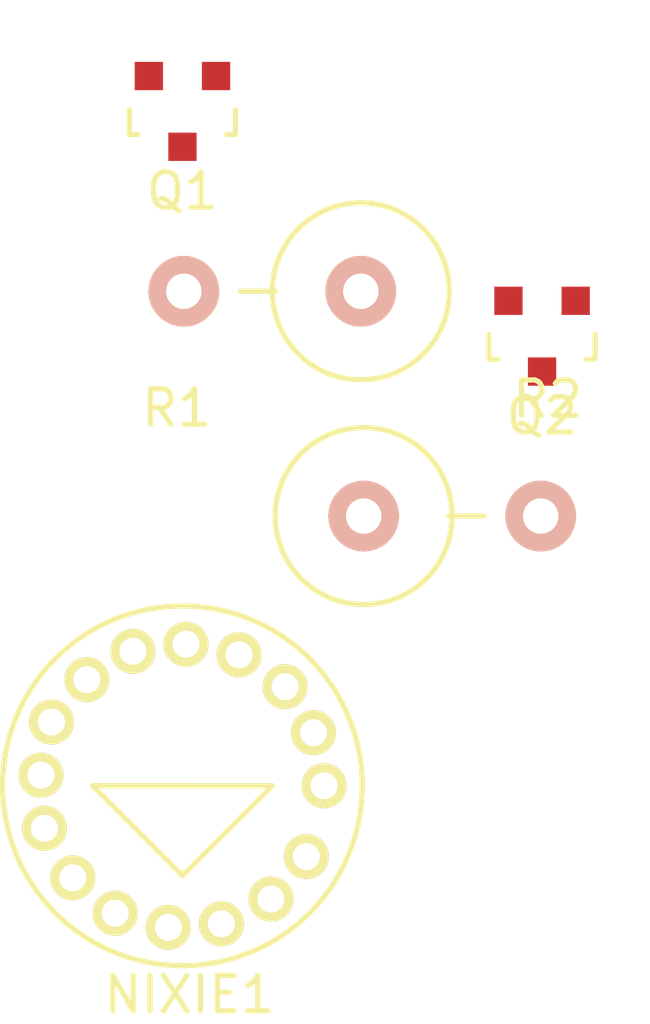
<source format=kicad_pcb>
(kicad_pcb (version 4) (host pcbnew "(2015-06-20 BZR 5796, Git fe7bc27)-product")

  (general
    (links 4)
    (no_connects 4)
    (area 0 0 0 0)
    (thickness 1.6)
    (drawings 0)
    (tracks 0)
    (zones 0)
    (modules 5)
    (nets 21)
  )

  (page A4)
  (layers
    (0 F.Cu signal)
    (31 B.Cu signal)
    (32 B.Adhes user)
    (33 F.Adhes user)
    (34 B.Paste user)
    (35 F.Paste user)
    (36 B.SilkS user)
    (37 F.SilkS user)
    (38 B.Mask user)
    (39 F.Mask user)
    (40 Dwgs.User user)
    (41 Cmts.User user)
    (42 Eco1.User user)
    (43 Eco2.User user)
    (44 Edge.Cuts user)
    (45 Margin user)
    (46 B.CrtYd user)
    (47 F.CrtYd user)
    (48 B.Fab user)
    (49 F.Fab user)
  )

  (setup
    (last_trace_width 0.25)
    (trace_clearance 0.2)
    (zone_clearance 0.508)
    (zone_45_only no)
    (trace_min 0.2)
    (segment_width 0.2)
    (edge_width 0.1)
    (via_size 0.6)
    (via_drill 0.4)
    (via_min_size 0.4)
    (via_min_drill 0.3)
    (uvia_size 0.3)
    (uvia_drill 0.1)
    (uvias_allowed no)
    (uvia_min_size 0.2)
    (uvia_min_drill 0.1)
    (pcb_text_width 0.3)
    (pcb_text_size 1.5 1.5)
    (mod_edge_width 0.15)
    (mod_text_size 1 1)
    (mod_text_width 0.15)
    (pad_size 1.5 1.5)
    (pad_drill 0.6)
    (pad_to_mask_clearance 0)
    (aux_axis_origin 0 0)
    (visible_elements FFFFFF7F)
    (pcbplotparams
      (layerselection 0x00030_80000001)
      (usegerberextensions false)
      (excludeedgelayer true)
      (linewidth 0.100000)
      (plotframeref false)
      (viasonmask false)
      (mode 1)
      (useauxorigin false)
      (hpglpennumber 1)
      (hpglpenspeed 20)
      (hpglpendiameter 15)
      (hpglpenoverlay 2)
      (psnegative false)
      (psa4output false)
      (plotreference true)
      (plotvalue true)
      (plotinvisibletext false)
      (padsonsilk false)
      (subtractmaskfromsilk false)
      (outputformat 1)
      (mirror false)
      (drillshape 1)
      (scaleselection 1)
      (outputdirectory ""))
  )

  (net 0 "")
  (net 1 /K2)
  (net 2 /K4)
  (net 3 "Net-(NIXIE1-Pad10)")
  (net 4 /K3)
  (net 5 /K9)
  (net 6 /K0)
  (net 7 /K1)
  (net 8 "Net-(NIXIE1-Pad6)")
  (net 9 "Net-(NIXIE1-Pad5)")
  (net 10 /K5)
  (net 11 /KDOT)
  (net 12 /K6)
  (net 13 /K7)
  (net 14 /K8)
  (net 15 "Net-(Q1-Pad1)")
  (net 16 "Net-(Q1-Pad2)")
  (net 17 "Net-(Q1-Pad3)")
  (net 18 "Net-(Q2-Pad1)")
  (net 19 "Net-(Q2-Pad2)")
  (net 20 "Net-(Q2-Pad3)")

  (net_class Default "Ceci est la Netclass par défaut"
    (clearance 0.2)
    (trace_width 0.25)
    (via_dia 0.6)
    (via_drill 0.4)
    (uvia_dia 0.3)
    (uvia_drill 0.1)
    (add_net /K0)
    (add_net /K1)
    (add_net /K2)
    (add_net /K3)
    (add_net /K4)
    (add_net /K5)
    (add_net /K6)
    (add_net /K7)
    (add_net /K8)
    (add_net /K9)
    (add_net /KDOT)
    (add_net "Net-(NIXIE1-Pad10)")
    (add_net "Net-(NIXIE1-Pad5)")
    (add_net "Net-(NIXIE1-Pad6)")
    (add_net "Net-(Q1-Pad1)")
    (add_net "Net-(Q1-Pad2)")
    (add_net "Net-(Q1-Pad3)")
    (add_net "Net-(Q2-Pad1)")
    (add_net "Net-(Q2-Pad2)")
    (add_net "Net-(Q2-Pad3)")
  )

  (module "Horloge Nixie:CD81" (layer F.Cu) (tedit 55AC6012) (tstamp 55AC6881)
    (at 128.27 77.47)
    (path /55AC74D1)
    (fp_text reference NIXIE1 (at 0.2 5.9) (layer F.SilkS)
      (effects (font (size 1 1) (thickness 0.15)))
    )
    (fp_text value CD81 (at 0 -1.27) (layer F.Fab)
      (effects (font (size 1 1) (thickness 0.15)))
    )
    (fp_circle (center 0 0) (end 5.08 0) (layer F.SilkS) (width 0.15))
    (fp_line (start -2.54 0) (end 2.54 0) (layer F.SilkS) (width 0.15))
    (fp_line (start 2.54 0) (end 0 2.54) (layer F.SilkS) (width 0.15))
    (fp_line (start 0 2.54) (end -2.54 0) (layer F.SilkS) (width 0.15))
    (fp_line (start -2.54 0) (end 0 0) (layer F.SilkS) (width 0.15))
    (pad 13 thru_hole circle (at 4 0) (size 1.27 1.27) (drill 0.762) (layers *.Cu *.Mask F.SilkS)
      (net 1 /K2))
    (pad 11 thru_hole circle (at 2.9 -2.8) (size 1.27 1.27) (drill 0.762) (layers *.Cu *.Mask F.SilkS)
      (net 2 /K4))
    (pad 10 thru_hole circle (at 1.6 -3.7) (size 1.27 1.27) (drill 0.762) (layers *.Cu *.Mask F.SilkS)
      (net 3 "Net-(NIXIE1-Pad10)"))
    (pad 12 thru_hole circle (at 3.7 -1.5) (size 1.27 1.27) (drill 0.762) (layers *.Cu *.Mask F.SilkS)
      (net 4 /K3))
    (pad 9 thru_hole circle (at 0.1 -4) (size 1.27 1.27) (drill 0.762) (layers *.Cu *.Mask F.SilkS)
      (net 5 /K9))
    (pad 8 thru_hole circle (at -1.4 -3.8) (size 1.27 1.27) (drill 0.762) (layers *.Cu *.Mask F.SilkS)
      (net 6 /K0))
    (pad 7 thru_hole circle (at -2.7 -3) (size 1.27 1.27) (drill 0.762) (layers *.Cu *.Mask F.SilkS)
      (net 7 /K1))
    (pad 6 thru_hole circle (at -3.7 -1.8) (size 1.27 1.27) (drill 0.762) (layers *.Cu *.Mask F.SilkS)
      (net 8 "Net-(NIXIE1-Pad6)"))
    (pad 5 thru_hole circle (at -4 -0.3) (size 1.27 1.27) (drill 0.762) (layers *.Cu *.Mask F.SilkS)
      (net 9 "Net-(NIXIE1-Pad5)"))
    (pad 4 thru_hole circle (at -3.9 1.2) (size 1.27 1.27) (drill 0.762) (layers *.Cu *.Mask F.SilkS)
      (net 10 /K5))
    (pad 3 thru_hole circle (at -3.1 2.6) (size 1.27 1.27) (drill 0.762) (layers *.Cu *.Mask F.SilkS)
      (net 11 /KDOT))
    (pad 2 thru_hole circle (at -1.9 3.6) (size 1.27 1.27) (drill 0.762) (layers *.Cu *.Mask F.SilkS)
      (net 12 /K6))
    (pad 1 thru_hole circle (at -0.4 4) (size 1.27 1.27) (drill 0.762) (layers *.Cu *.Mask F.SilkS)
      (net 13 /K7))
    (pad 16 thru_hole circle (at 1.1 3.9) (size 1.27 1.27) (drill 0.762) (layers *.Cu *.Mask F.SilkS))
    (pad 15 thru_hole circle (at 2.5 3.2) (size 1.27 1.27) (drill 0.762) (layers *.Cu *.Mask F.SilkS))
    (pad 14 thru_hole circle (at 3.5 2) (size 1.27 1.27) (drill 0.762) (layers *.Cu *.Mask F.SilkS)
      (net 14 /K8))
  )

  (module Housings_SOT-23_SOT-143_TSOT-6:SOT-23 (layer F.Cu) (tedit 553634F8) (tstamp 55AC6888)
    (at 128.27 58.42 180)
    (descr "SOT-23, Standard")
    (tags SOT-23)
    (path /55AC7ED1)
    (attr smd)
    (fp_text reference Q1 (at 0 -2.25 180) (layer F.SilkS)
      (effects (font (size 1 1) (thickness 0.15)))
    )
    (fp_text value MPSA42 (at 0 2.3 180) (layer F.Fab)
      (effects (font (size 1 1) (thickness 0.15)))
    )
    (fp_line (start -1.65 -1.6) (end 1.65 -1.6) (layer F.CrtYd) (width 0.05))
    (fp_line (start 1.65 -1.6) (end 1.65 1.6) (layer F.CrtYd) (width 0.05))
    (fp_line (start 1.65 1.6) (end -1.65 1.6) (layer F.CrtYd) (width 0.05))
    (fp_line (start -1.65 1.6) (end -1.65 -1.6) (layer F.CrtYd) (width 0.05))
    (fp_line (start 1.29916 -0.65024) (end 1.2509 -0.65024) (layer F.SilkS) (width 0.15))
    (fp_line (start -1.49982 0.0508) (end -1.49982 -0.65024) (layer F.SilkS) (width 0.15))
    (fp_line (start -1.49982 -0.65024) (end -1.2509 -0.65024) (layer F.SilkS) (width 0.15))
    (fp_line (start 1.29916 -0.65024) (end 1.49982 -0.65024) (layer F.SilkS) (width 0.15))
    (fp_line (start 1.49982 -0.65024) (end 1.49982 0.0508) (layer F.SilkS) (width 0.15))
    (pad 1 smd rect (at -0.95 1.00076 180) (size 0.8001 0.8001) (layers F.Cu F.Paste F.Mask)
      (net 15 "Net-(Q1-Pad1)"))
    (pad 2 smd rect (at 0.95 1.00076 180) (size 0.8001 0.8001) (layers F.Cu F.Paste F.Mask)
      (net 16 "Net-(Q1-Pad2)"))
    (pad 3 smd rect (at 0 -0.99822 180) (size 0.8001 0.8001) (layers F.Cu F.Paste F.Mask)
      (net 17 "Net-(Q1-Pad3)"))
    (model Housings_SOT-23_SOT-143_TSOT-6.3dshapes/SOT-23.wrl
      (at (xyz 0 0 0))
      (scale (xyz 1 1 1))
      (rotate (xyz 0 0 0))
    )
  )

  (module Housings_SOT-23_SOT-143_TSOT-6:SOT-23 (layer F.Cu) (tedit 553634F8) (tstamp 55AC688F)
    (at 138.43 64.77 180)
    (descr "SOT-23, Standard")
    (tags SOT-23)
    (path /55AC7BEF)
    (attr smd)
    (fp_text reference Q2 (at 0 -2.25 180) (layer F.SilkS)
      (effects (font (size 1 1) (thickness 0.15)))
    )
    (fp_text value MPSA42 (at 0 2.3 180) (layer F.Fab)
      (effects (font (size 1 1) (thickness 0.15)))
    )
    (fp_line (start -1.65 -1.6) (end 1.65 -1.6) (layer F.CrtYd) (width 0.05))
    (fp_line (start 1.65 -1.6) (end 1.65 1.6) (layer F.CrtYd) (width 0.05))
    (fp_line (start 1.65 1.6) (end -1.65 1.6) (layer F.CrtYd) (width 0.05))
    (fp_line (start -1.65 1.6) (end -1.65 -1.6) (layer F.CrtYd) (width 0.05))
    (fp_line (start 1.29916 -0.65024) (end 1.2509 -0.65024) (layer F.SilkS) (width 0.15))
    (fp_line (start -1.49982 0.0508) (end -1.49982 -0.65024) (layer F.SilkS) (width 0.15))
    (fp_line (start -1.49982 -0.65024) (end -1.2509 -0.65024) (layer F.SilkS) (width 0.15))
    (fp_line (start 1.29916 -0.65024) (end 1.49982 -0.65024) (layer F.SilkS) (width 0.15))
    (fp_line (start 1.49982 -0.65024) (end 1.49982 0.0508) (layer F.SilkS) (width 0.15))
    (pad 1 smd rect (at -0.95 1.00076 180) (size 0.8001 0.8001) (layers F.Cu F.Paste F.Mask)
      (net 18 "Net-(Q2-Pad1)"))
    (pad 2 smd rect (at 0.95 1.00076 180) (size 0.8001 0.8001) (layers F.Cu F.Paste F.Mask)
      (net 19 "Net-(Q2-Pad2)"))
    (pad 3 smd rect (at 0 -0.99822 180) (size 0.8001 0.8001) (layers F.Cu F.Paste F.Mask)
      (net 20 "Net-(Q2-Pad3)"))
    (model Housings_SOT-23_SOT-143_TSOT-6.3dshapes/SOT-23.wrl
      (at (xyz 0 0 0))
      (scale (xyz 1 1 1))
      (rotate (xyz 0 0 0))
    )
  )

  (module Resistors_ThroughHole:Resistor_Vertical_RM5mm (layer F.Cu) (tedit 0) (tstamp 55AC6895)
    (at 130.81 63.5 180)
    (descr "Resistor, Vertical, RM 5mm, 1/3W,")
    (tags "Resistor, Vertical, RM 5mm, 1/3W,")
    (path /55AC7F13)
    (fp_text reference R1 (at 2.70002 -3.29946 180) (layer F.SilkS)
      (effects (font (size 1 1) (thickness 0.15)))
    )
    (fp_text value 390 (at 0 4.50088 180) (layer F.Fab)
      (effects (font (size 1 1) (thickness 0.15)))
    )
    (fp_line (start -0.09906 0) (end 0.9017 0) (layer F.SilkS) (width 0.15))
    (fp_circle (center -2.49936 0) (end 0 0) (layer F.SilkS) (width 0.15))
    (pad 1 thru_hole circle (at -2.49936 0 180) (size 1.99898 1.99898) (drill 1.00076) (layers *.Cu *.SilkS *.Mask)
      (net 19 "Net-(Q2-Pad2)"))
    (pad 2 thru_hole circle (at 2.5019 0 180) (size 1.99898 1.99898) (drill 1.00076) (layers *.Cu *.SilkS *.Mask)
      (net 17 "Net-(Q1-Pad3)"))
  )

  (module Resistors_ThroughHole:Resistor_Vertical_RM5mm (layer F.Cu) (tedit 0) (tstamp 55AC689B)
    (at 135.89 69.85)
    (descr "Resistor, Vertical, RM 5mm, 1/3W,")
    (tags "Resistor, Vertical, RM 5mm, 1/3W,")
    (path /55AC7E6E)
    (fp_text reference R2 (at 2.70002 -3.29946) (layer F.SilkS)
      (effects (font (size 1 1) (thickness 0.15)))
    )
    (fp_text value R_Small (at 0 4.50088) (layer F.Fab)
      (effects (font (size 1 1) (thickness 0.15)))
    )
    (fp_line (start -0.09906 0) (end 0.9017 0) (layer F.SilkS) (width 0.15))
    (fp_circle (center -2.49936 0) (end 0 0) (layer F.SilkS) (width 0.15))
    (pad 1 thru_hole circle (at -2.49936 0) (size 1.99898 1.99898) (drill 1.00076) (layers *.Cu *.SilkS *.Mask)
      (net 3 "Net-(NIXIE1-Pad10)"))
    (pad 2 thru_hole circle (at 2.5019 0) (size 1.99898 1.99898) (drill 1.00076) (layers *.Cu *.SilkS *.Mask)
      (net 20 "Net-(Q2-Pad3)"))
  )

)

</source>
